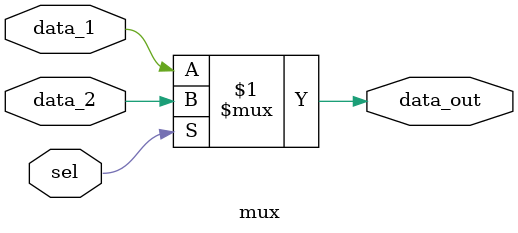
<source format=v>
`timescale 1ns / 1ps


    module mux #(parameter WIDTH=1)(
    input [WIDTH-1:0]data_1,
    input [WIDTH-1:0]data_2,
    input sel,
    output [WIDTH-1:0]data_out
    );
    assign data_out = sel ? data_2 : data_1;
endmodule

</source>
